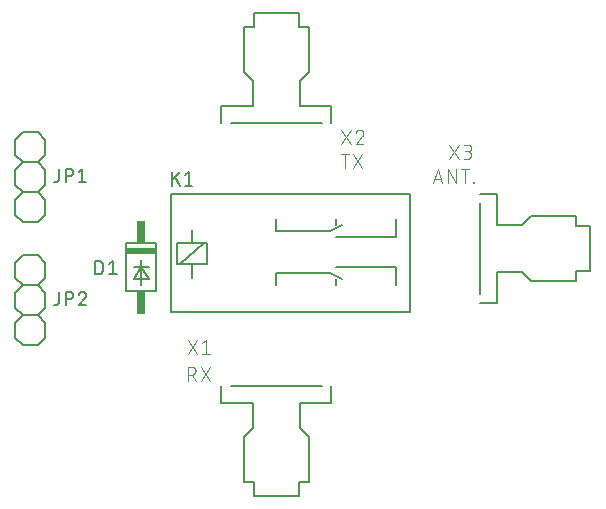
<source format=gbr>
G04 EAGLE Gerber RS-274X export*
G75*
%MOMM*%
%FSLAX34Y34*%
%LPD*%
%INSilkscreen Top*%
%IPPOS*%
%AMOC8*
5,1,8,0,0,1.08239X$1,22.5*%
G01*
%ADD10C,0.101600*%
%ADD11C,0.152400*%
%ADD12R,2.540000X0.508000*%
%ADD13R,0.762000X1.905000*%
%ADD14C,0.127000*%
%ADD15C,0.203200*%


D10*
X361414Y170688D02*
X365309Y182372D01*
X369203Y170688D01*
X368230Y173609D02*
X362388Y173609D01*
X373874Y170688D02*
X373874Y182372D01*
X380365Y170688D01*
X380365Y182372D01*
X388168Y182372D02*
X388168Y170688D01*
X384923Y182372D02*
X391414Y182372D01*
X395083Y171337D02*
X395083Y170688D01*
X395083Y171337D02*
X395732Y171337D01*
X395732Y170688D01*
X395083Y170688D01*
X286964Y183388D02*
X286964Y195072D01*
X290209Y195072D02*
X283718Y195072D01*
X293737Y183388D02*
X301526Y195072D01*
X293737Y195072D02*
X301526Y183388D01*
X153715Y14732D02*
X153715Y3048D01*
X153715Y14732D02*
X156961Y14732D01*
X157074Y14730D01*
X157187Y14724D01*
X157300Y14714D01*
X157413Y14700D01*
X157525Y14683D01*
X157636Y14661D01*
X157746Y14636D01*
X157856Y14606D01*
X157964Y14573D01*
X158071Y14536D01*
X158177Y14496D01*
X158281Y14451D01*
X158384Y14403D01*
X158485Y14352D01*
X158584Y14297D01*
X158681Y14239D01*
X158776Y14177D01*
X158869Y14112D01*
X158959Y14044D01*
X159047Y13973D01*
X159133Y13898D01*
X159216Y13821D01*
X159296Y13741D01*
X159373Y13658D01*
X159448Y13572D01*
X159519Y13484D01*
X159587Y13394D01*
X159652Y13301D01*
X159714Y13206D01*
X159772Y13109D01*
X159827Y13010D01*
X159878Y12909D01*
X159926Y12806D01*
X159971Y12702D01*
X160011Y12596D01*
X160048Y12489D01*
X160081Y12381D01*
X160111Y12271D01*
X160136Y12161D01*
X160158Y12050D01*
X160175Y11938D01*
X160189Y11825D01*
X160199Y11712D01*
X160205Y11599D01*
X160207Y11486D01*
X160205Y11373D01*
X160199Y11260D01*
X160189Y11147D01*
X160175Y11034D01*
X160158Y10922D01*
X160136Y10811D01*
X160111Y10701D01*
X160081Y10591D01*
X160048Y10483D01*
X160011Y10376D01*
X159971Y10270D01*
X159926Y10166D01*
X159878Y10063D01*
X159827Y9962D01*
X159772Y9863D01*
X159714Y9766D01*
X159652Y9671D01*
X159587Y9578D01*
X159519Y9488D01*
X159448Y9400D01*
X159373Y9314D01*
X159296Y9231D01*
X159216Y9151D01*
X159133Y9074D01*
X159047Y8999D01*
X158959Y8928D01*
X158869Y8860D01*
X158776Y8795D01*
X158681Y8733D01*
X158584Y8675D01*
X158485Y8620D01*
X158384Y8569D01*
X158281Y8521D01*
X158177Y8476D01*
X158071Y8436D01*
X157964Y8399D01*
X157856Y8366D01*
X157746Y8336D01*
X157636Y8311D01*
X157525Y8289D01*
X157413Y8272D01*
X157300Y8258D01*
X157187Y8248D01*
X157074Y8242D01*
X156961Y8240D01*
X156961Y8241D02*
X153715Y8241D01*
X157610Y8241D02*
X160207Y3048D01*
X164423Y3048D02*
X172212Y14732D01*
X164423Y14732D02*
X172212Y3048D01*
D11*
X101600Y78740D02*
X101600Y119380D01*
X101600Y78740D02*
X127000Y78740D01*
X127000Y119380D01*
X101600Y119380D01*
X114300Y105410D02*
X114300Y99060D01*
X120650Y88900D02*
X107950Y88900D01*
X114300Y99060D01*
X114300Y83820D01*
X120650Y88900D02*
X114300Y99060D01*
X120650Y99060D01*
X114300Y99060D02*
X107950Y99060D01*
D12*
X114300Y113030D03*
D13*
X114300Y69215D03*
X114300Y128905D03*
D14*
X75184Y104775D02*
X75184Y93345D01*
X75184Y104775D02*
X78359Y104775D01*
X78470Y104773D01*
X78580Y104767D01*
X78691Y104758D01*
X78801Y104744D01*
X78910Y104727D01*
X79019Y104706D01*
X79127Y104681D01*
X79234Y104652D01*
X79340Y104620D01*
X79445Y104584D01*
X79548Y104544D01*
X79650Y104501D01*
X79751Y104454D01*
X79850Y104403D01*
X79947Y104350D01*
X80041Y104293D01*
X80134Y104232D01*
X80225Y104169D01*
X80314Y104102D01*
X80400Y104032D01*
X80483Y103959D01*
X80565Y103884D01*
X80643Y103806D01*
X80718Y103724D01*
X80791Y103641D01*
X80861Y103555D01*
X80928Y103466D01*
X80991Y103375D01*
X81052Y103282D01*
X81109Y103188D01*
X81162Y103091D01*
X81213Y102992D01*
X81260Y102891D01*
X81303Y102789D01*
X81343Y102686D01*
X81379Y102581D01*
X81411Y102475D01*
X81440Y102368D01*
X81465Y102260D01*
X81486Y102151D01*
X81503Y102042D01*
X81517Y101932D01*
X81526Y101821D01*
X81532Y101711D01*
X81534Y101600D01*
X81534Y96520D01*
X81532Y96409D01*
X81526Y96299D01*
X81517Y96188D01*
X81503Y96078D01*
X81486Y95969D01*
X81465Y95860D01*
X81440Y95752D01*
X81411Y95645D01*
X81379Y95539D01*
X81343Y95434D01*
X81303Y95331D01*
X81260Y95229D01*
X81213Y95128D01*
X81162Y95029D01*
X81109Y94932D01*
X81052Y94838D01*
X80991Y94745D01*
X80928Y94654D01*
X80861Y94565D01*
X80791Y94479D01*
X80718Y94396D01*
X80643Y94314D01*
X80565Y94236D01*
X80483Y94161D01*
X80400Y94088D01*
X80314Y94018D01*
X80225Y93951D01*
X80134Y93888D01*
X80041Y93827D01*
X79946Y93770D01*
X79850Y93717D01*
X79751Y93666D01*
X79650Y93619D01*
X79548Y93576D01*
X79445Y93536D01*
X79340Y93500D01*
X79234Y93468D01*
X79127Y93439D01*
X79019Y93414D01*
X78910Y93393D01*
X78801Y93376D01*
X78691Y93362D01*
X78580Y93353D01*
X78470Y93347D01*
X78359Y93345D01*
X75184Y93345D01*
X86995Y102235D02*
X90170Y104775D01*
X90170Y93345D01*
X86995Y93345D02*
X93345Y93345D01*
D11*
X7620Y143510D02*
X7620Y156210D01*
X13970Y162560D01*
X26670Y162560D01*
X33020Y156210D01*
X13970Y162560D02*
X7620Y168910D01*
X7620Y181610D01*
X13970Y187960D01*
X26670Y187960D01*
X33020Y181610D01*
X33020Y168910D01*
X26670Y162560D01*
X26670Y137160D02*
X13970Y137160D01*
X7620Y143510D01*
X26670Y137160D02*
X33020Y143510D01*
X33020Y156210D01*
X13970Y187960D02*
X7620Y194310D01*
X7620Y207010D01*
X13970Y213360D01*
X26670Y213360D01*
X33020Y207010D01*
X33020Y194310D01*
X26670Y187960D01*
D14*
X44323Y182753D02*
X44323Y173863D01*
X44321Y173763D01*
X44315Y173664D01*
X44305Y173564D01*
X44292Y173466D01*
X44274Y173367D01*
X44253Y173270D01*
X44228Y173174D01*
X44199Y173078D01*
X44166Y172984D01*
X44130Y172891D01*
X44090Y172800D01*
X44046Y172710D01*
X43999Y172622D01*
X43949Y172536D01*
X43895Y172452D01*
X43838Y172370D01*
X43778Y172291D01*
X43714Y172213D01*
X43648Y172139D01*
X43579Y172067D01*
X43507Y171998D01*
X43433Y171932D01*
X43355Y171868D01*
X43276Y171808D01*
X43194Y171751D01*
X43110Y171697D01*
X43024Y171647D01*
X42936Y171600D01*
X42846Y171556D01*
X42755Y171516D01*
X42662Y171480D01*
X42568Y171447D01*
X42472Y171418D01*
X42376Y171393D01*
X42279Y171372D01*
X42180Y171354D01*
X42082Y171341D01*
X41982Y171331D01*
X41883Y171325D01*
X41783Y171323D01*
X40513Y171323D01*
X50303Y171323D02*
X50303Y182753D01*
X53478Y182753D01*
X53589Y182751D01*
X53699Y182745D01*
X53810Y182736D01*
X53920Y182722D01*
X54029Y182705D01*
X54138Y182684D01*
X54246Y182659D01*
X54353Y182630D01*
X54459Y182598D01*
X54564Y182562D01*
X54667Y182522D01*
X54769Y182479D01*
X54870Y182432D01*
X54969Y182381D01*
X55066Y182328D01*
X55160Y182271D01*
X55253Y182210D01*
X55344Y182147D01*
X55433Y182080D01*
X55519Y182010D01*
X55602Y181937D01*
X55684Y181862D01*
X55762Y181784D01*
X55837Y181702D01*
X55910Y181619D01*
X55980Y181533D01*
X56047Y181444D01*
X56110Y181353D01*
X56171Y181260D01*
X56228Y181165D01*
X56281Y181069D01*
X56332Y180970D01*
X56379Y180869D01*
X56422Y180767D01*
X56462Y180664D01*
X56498Y180559D01*
X56530Y180453D01*
X56559Y180346D01*
X56584Y180238D01*
X56605Y180129D01*
X56622Y180020D01*
X56636Y179910D01*
X56645Y179799D01*
X56651Y179689D01*
X56653Y179578D01*
X56651Y179467D01*
X56645Y179357D01*
X56636Y179246D01*
X56622Y179136D01*
X56605Y179027D01*
X56584Y178918D01*
X56559Y178810D01*
X56530Y178703D01*
X56498Y178597D01*
X56462Y178492D01*
X56422Y178389D01*
X56379Y178287D01*
X56332Y178186D01*
X56281Y178087D01*
X56228Y177990D01*
X56171Y177896D01*
X56110Y177803D01*
X56047Y177712D01*
X55980Y177623D01*
X55910Y177537D01*
X55837Y177454D01*
X55762Y177372D01*
X55684Y177294D01*
X55602Y177219D01*
X55519Y177146D01*
X55433Y177076D01*
X55344Y177009D01*
X55253Y176946D01*
X55160Y176885D01*
X55065Y176828D01*
X54969Y176775D01*
X54870Y176724D01*
X54769Y176677D01*
X54667Y176634D01*
X54564Y176594D01*
X54459Y176558D01*
X54353Y176526D01*
X54246Y176497D01*
X54138Y176472D01*
X54029Y176451D01*
X53920Y176434D01*
X53810Y176420D01*
X53699Y176411D01*
X53589Y176405D01*
X53478Y176403D01*
X50303Y176403D01*
X61162Y180213D02*
X64337Y182753D01*
X64337Y171323D01*
X61162Y171323D02*
X67512Y171323D01*
D11*
X7620Y52070D02*
X7620Y39370D01*
X7620Y52070D02*
X13970Y58420D01*
X26670Y58420D01*
X33020Y52070D01*
X13970Y58420D02*
X7620Y64770D01*
X7620Y77470D01*
X13970Y83820D01*
X26670Y83820D01*
X33020Y77470D01*
X33020Y64770D01*
X26670Y58420D01*
X26670Y33020D02*
X13970Y33020D01*
X7620Y39370D01*
X26670Y33020D02*
X33020Y39370D01*
X33020Y52070D01*
X13970Y83820D02*
X7620Y90170D01*
X7620Y102870D01*
X13970Y109220D01*
X26670Y109220D01*
X33020Y102870D01*
X33020Y90170D01*
X26670Y83820D01*
D14*
X44323Y78613D02*
X44323Y69723D01*
X44321Y69623D01*
X44315Y69524D01*
X44305Y69424D01*
X44292Y69326D01*
X44274Y69227D01*
X44253Y69130D01*
X44228Y69034D01*
X44199Y68938D01*
X44166Y68844D01*
X44130Y68751D01*
X44090Y68660D01*
X44046Y68570D01*
X43999Y68482D01*
X43949Y68396D01*
X43895Y68312D01*
X43838Y68230D01*
X43778Y68151D01*
X43714Y68073D01*
X43648Y67999D01*
X43579Y67927D01*
X43507Y67858D01*
X43433Y67792D01*
X43355Y67728D01*
X43276Y67668D01*
X43194Y67611D01*
X43110Y67557D01*
X43024Y67507D01*
X42936Y67460D01*
X42846Y67416D01*
X42755Y67376D01*
X42662Y67340D01*
X42568Y67307D01*
X42472Y67278D01*
X42376Y67253D01*
X42279Y67232D01*
X42180Y67214D01*
X42082Y67201D01*
X41982Y67191D01*
X41883Y67185D01*
X41783Y67183D01*
X40513Y67183D01*
X50303Y67183D02*
X50303Y78613D01*
X53478Y78613D01*
X53589Y78611D01*
X53699Y78605D01*
X53810Y78596D01*
X53920Y78582D01*
X54029Y78565D01*
X54138Y78544D01*
X54246Y78519D01*
X54353Y78490D01*
X54459Y78458D01*
X54564Y78422D01*
X54667Y78382D01*
X54769Y78339D01*
X54870Y78292D01*
X54969Y78241D01*
X55066Y78188D01*
X55160Y78131D01*
X55253Y78070D01*
X55344Y78007D01*
X55433Y77940D01*
X55519Y77870D01*
X55602Y77797D01*
X55684Y77722D01*
X55762Y77644D01*
X55837Y77562D01*
X55910Y77479D01*
X55980Y77393D01*
X56047Y77304D01*
X56110Y77213D01*
X56171Y77120D01*
X56228Y77025D01*
X56281Y76929D01*
X56332Y76830D01*
X56379Y76729D01*
X56422Y76627D01*
X56462Y76524D01*
X56498Y76419D01*
X56530Y76313D01*
X56559Y76206D01*
X56584Y76098D01*
X56605Y75989D01*
X56622Y75880D01*
X56636Y75770D01*
X56645Y75659D01*
X56651Y75549D01*
X56653Y75438D01*
X56651Y75327D01*
X56645Y75217D01*
X56636Y75106D01*
X56622Y74996D01*
X56605Y74887D01*
X56584Y74778D01*
X56559Y74670D01*
X56530Y74563D01*
X56498Y74457D01*
X56462Y74352D01*
X56422Y74249D01*
X56379Y74147D01*
X56332Y74046D01*
X56281Y73947D01*
X56228Y73850D01*
X56171Y73756D01*
X56110Y73663D01*
X56047Y73572D01*
X55980Y73483D01*
X55910Y73397D01*
X55837Y73314D01*
X55762Y73232D01*
X55684Y73154D01*
X55602Y73079D01*
X55519Y73006D01*
X55433Y72936D01*
X55344Y72869D01*
X55253Y72806D01*
X55160Y72745D01*
X55065Y72688D01*
X54969Y72635D01*
X54870Y72584D01*
X54769Y72537D01*
X54667Y72494D01*
X54564Y72454D01*
X54459Y72418D01*
X54353Y72386D01*
X54246Y72357D01*
X54138Y72332D01*
X54029Y72311D01*
X53920Y72294D01*
X53810Y72280D01*
X53699Y72271D01*
X53589Y72265D01*
X53478Y72263D01*
X50303Y72263D01*
X64654Y78614D02*
X64758Y78612D01*
X64863Y78606D01*
X64967Y78597D01*
X65070Y78584D01*
X65173Y78566D01*
X65275Y78546D01*
X65377Y78521D01*
X65477Y78493D01*
X65577Y78461D01*
X65675Y78425D01*
X65772Y78386D01*
X65867Y78344D01*
X65961Y78298D01*
X66053Y78248D01*
X66143Y78196D01*
X66231Y78140D01*
X66317Y78080D01*
X66401Y78018D01*
X66482Y77953D01*
X66561Y77885D01*
X66638Y77813D01*
X66711Y77740D01*
X66783Y77663D01*
X66851Y77584D01*
X66916Y77503D01*
X66978Y77419D01*
X67038Y77333D01*
X67094Y77245D01*
X67146Y77155D01*
X67196Y77063D01*
X67242Y76969D01*
X67284Y76874D01*
X67323Y76777D01*
X67359Y76679D01*
X67391Y76579D01*
X67419Y76479D01*
X67444Y76377D01*
X67464Y76275D01*
X67482Y76172D01*
X67495Y76069D01*
X67504Y75965D01*
X67510Y75860D01*
X67512Y75756D01*
X64654Y78613D02*
X64536Y78611D01*
X64417Y78605D01*
X64299Y78596D01*
X64182Y78583D01*
X64065Y78565D01*
X63948Y78545D01*
X63832Y78520D01*
X63717Y78492D01*
X63604Y78459D01*
X63491Y78424D01*
X63379Y78384D01*
X63269Y78342D01*
X63160Y78295D01*
X63052Y78245D01*
X62947Y78192D01*
X62843Y78135D01*
X62741Y78075D01*
X62641Y78012D01*
X62543Y77945D01*
X62447Y77876D01*
X62354Y77803D01*
X62263Y77727D01*
X62174Y77649D01*
X62088Y77567D01*
X62005Y77483D01*
X61924Y77397D01*
X61847Y77307D01*
X61772Y77216D01*
X61700Y77122D01*
X61631Y77025D01*
X61566Y76927D01*
X61503Y76826D01*
X61444Y76723D01*
X61388Y76619D01*
X61336Y76513D01*
X61287Y76405D01*
X61242Y76296D01*
X61200Y76185D01*
X61162Y76073D01*
X66560Y73534D02*
X66636Y73609D01*
X66711Y73688D01*
X66782Y73769D01*
X66851Y73853D01*
X66916Y73939D01*
X66978Y74027D01*
X67038Y74117D01*
X67094Y74209D01*
X67147Y74304D01*
X67196Y74400D01*
X67242Y74498D01*
X67285Y74597D01*
X67324Y74698D01*
X67359Y74800D01*
X67391Y74903D01*
X67419Y75007D01*
X67444Y75112D01*
X67465Y75219D01*
X67482Y75325D01*
X67495Y75432D01*
X67504Y75540D01*
X67510Y75648D01*
X67512Y75756D01*
X66559Y73533D02*
X61162Y67183D01*
X67512Y67183D01*
D15*
X248600Y-15500D02*
X275100Y-15500D01*
X248600Y-15500D02*
X248600Y-37000D01*
X256100Y-44500D01*
X256100Y-82500D01*
X247600Y-82500D01*
X247600Y-94250D01*
X209600Y-94250D01*
X209600Y-82500D01*
X201100Y-82500D01*
X201100Y-44500D01*
X208600Y-37000D01*
X208600Y-15500D01*
X182100Y-15500D01*
X190100Y-1000D02*
X267100Y-1000D01*
X182100Y-1000D02*
X182100Y-15500D01*
X275100Y-15500D02*
X275100Y-1000D01*
D10*
X161431Y37592D02*
X153642Y25908D01*
X161431Y25908D02*
X153642Y37592D01*
X165721Y34996D02*
X168966Y37592D01*
X168966Y25908D01*
X165721Y25908D02*
X172212Y25908D01*
D15*
X182100Y235500D02*
X208600Y235500D01*
X208600Y257000D01*
X201100Y264500D01*
X201100Y302500D01*
X209600Y302500D01*
X209600Y314250D01*
X247600Y314250D01*
X247600Y302500D01*
X256100Y302500D01*
X256100Y264500D01*
X248600Y257000D01*
X248600Y235500D01*
X275100Y235500D01*
X267100Y221000D02*
X190100Y221000D01*
X275100Y221000D02*
X275100Y235500D01*
X182100Y235500D02*
X182100Y221000D01*
D10*
X283718Y203868D02*
X291507Y215552D01*
X283718Y215552D02*
X291507Y203868D01*
X302288Y212631D02*
X302286Y212738D01*
X302280Y212844D01*
X302270Y212950D01*
X302257Y213056D01*
X302239Y213162D01*
X302218Y213266D01*
X302193Y213370D01*
X302164Y213473D01*
X302132Y213574D01*
X302095Y213674D01*
X302055Y213773D01*
X302012Y213871D01*
X301965Y213967D01*
X301914Y214061D01*
X301860Y214153D01*
X301803Y214243D01*
X301743Y214331D01*
X301679Y214416D01*
X301612Y214499D01*
X301542Y214580D01*
X301470Y214658D01*
X301394Y214734D01*
X301316Y214806D01*
X301235Y214876D01*
X301152Y214943D01*
X301067Y215007D01*
X300979Y215067D01*
X300889Y215124D01*
X300797Y215178D01*
X300703Y215229D01*
X300607Y215276D01*
X300509Y215319D01*
X300410Y215359D01*
X300310Y215396D01*
X300209Y215428D01*
X300106Y215457D01*
X300002Y215482D01*
X299898Y215503D01*
X299792Y215521D01*
X299686Y215534D01*
X299580Y215544D01*
X299474Y215550D01*
X299367Y215552D01*
X299246Y215550D01*
X299125Y215544D01*
X299005Y215534D01*
X298884Y215521D01*
X298765Y215503D01*
X298645Y215482D01*
X298527Y215457D01*
X298410Y215428D01*
X298293Y215395D01*
X298178Y215359D01*
X298064Y215318D01*
X297951Y215275D01*
X297839Y215227D01*
X297730Y215176D01*
X297622Y215121D01*
X297515Y215063D01*
X297411Y215002D01*
X297309Y214937D01*
X297209Y214869D01*
X297111Y214798D01*
X297015Y214724D01*
X296922Y214647D01*
X296832Y214566D01*
X296744Y214483D01*
X296659Y214397D01*
X296576Y214308D01*
X296497Y214217D01*
X296420Y214123D01*
X296347Y214027D01*
X296277Y213929D01*
X296210Y213828D01*
X296146Y213725D01*
X296086Y213620D01*
X296029Y213513D01*
X295975Y213405D01*
X295925Y213295D01*
X295879Y213183D01*
X295836Y213070D01*
X295797Y212955D01*
X301315Y210359D02*
X301394Y210436D01*
X301470Y210517D01*
X301543Y210600D01*
X301613Y210685D01*
X301680Y210773D01*
X301744Y210863D01*
X301804Y210955D01*
X301861Y211050D01*
X301915Y211146D01*
X301966Y211244D01*
X302013Y211344D01*
X302057Y211446D01*
X302097Y211549D01*
X302133Y211653D01*
X302165Y211759D01*
X302194Y211865D01*
X302219Y211973D01*
X302241Y212081D01*
X302258Y212191D01*
X302272Y212300D01*
X302281Y212410D01*
X302287Y212521D01*
X302289Y212631D01*
X301315Y210359D02*
X295797Y203868D01*
X302288Y203868D01*
D15*
X415500Y161500D02*
X415500Y135000D01*
X437000Y135000D01*
X444500Y142500D01*
X482500Y142500D01*
X482500Y134000D01*
X494250Y134000D01*
X494250Y96000D01*
X482500Y96000D01*
X482500Y87500D01*
X444500Y87500D01*
X437000Y95000D01*
X415500Y95000D01*
X415500Y68500D01*
X401000Y76500D02*
X401000Y153500D01*
X401000Y68500D02*
X415500Y68500D01*
X415500Y161500D02*
X401000Y161500D01*
D10*
X375102Y191008D02*
X382891Y202692D01*
X375102Y202692D02*
X382891Y191008D01*
X387181Y191008D02*
X390426Y191008D01*
X390539Y191010D01*
X390652Y191016D01*
X390765Y191026D01*
X390878Y191040D01*
X390990Y191057D01*
X391101Y191079D01*
X391211Y191104D01*
X391321Y191134D01*
X391429Y191167D01*
X391536Y191204D01*
X391642Y191244D01*
X391746Y191289D01*
X391849Y191337D01*
X391950Y191388D01*
X392049Y191443D01*
X392146Y191501D01*
X392241Y191563D01*
X392334Y191628D01*
X392424Y191696D01*
X392512Y191767D01*
X392598Y191842D01*
X392681Y191919D01*
X392761Y191999D01*
X392838Y192082D01*
X392913Y192168D01*
X392984Y192256D01*
X393052Y192346D01*
X393117Y192439D01*
X393179Y192534D01*
X393237Y192631D01*
X393292Y192730D01*
X393343Y192831D01*
X393391Y192934D01*
X393436Y193038D01*
X393476Y193144D01*
X393513Y193251D01*
X393546Y193359D01*
X393576Y193469D01*
X393601Y193579D01*
X393623Y193690D01*
X393640Y193802D01*
X393654Y193915D01*
X393664Y194028D01*
X393670Y194141D01*
X393672Y194254D01*
X393670Y194367D01*
X393664Y194480D01*
X393654Y194593D01*
X393640Y194706D01*
X393623Y194818D01*
X393601Y194929D01*
X393576Y195039D01*
X393546Y195149D01*
X393513Y195257D01*
X393476Y195364D01*
X393436Y195470D01*
X393391Y195574D01*
X393343Y195677D01*
X393292Y195778D01*
X393237Y195877D01*
X393179Y195974D01*
X393117Y196069D01*
X393052Y196162D01*
X392984Y196252D01*
X392913Y196340D01*
X392838Y196426D01*
X392761Y196509D01*
X392681Y196589D01*
X392598Y196666D01*
X392512Y196741D01*
X392424Y196812D01*
X392334Y196880D01*
X392241Y196945D01*
X392146Y197007D01*
X392049Y197065D01*
X391950Y197120D01*
X391849Y197171D01*
X391746Y197219D01*
X391642Y197264D01*
X391536Y197304D01*
X391429Y197341D01*
X391321Y197374D01*
X391211Y197404D01*
X391101Y197429D01*
X390990Y197451D01*
X390878Y197468D01*
X390765Y197482D01*
X390652Y197492D01*
X390539Y197498D01*
X390426Y197500D01*
X391076Y202692D02*
X387181Y202692D01*
X391076Y202692D02*
X391177Y202690D01*
X391277Y202684D01*
X391377Y202674D01*
X391477Y202661D01*
X391576Y202643D01*
X391675Y202622D01*
X391772Y202597D01*
X391869Y202568D01*
X391964Y202535D01*
X392058Y202499D01*
X392150Y202459D01*
X392241Y202416D01*
X392330Y202369D01*
X392417Y202319D01*
X392503Y202265D01*
X392586Y202208D01*
X392666Y202148D01*
X392745Y202085D01*
X392821Y202018D01*
X392894Y201949D01*
X392964Y201877D01*
X393032Y201803D01*
X393097Y201726D01*
X393158Y201646D01*
X393217Y201564D01*
X393272Y201480D01*
X393324Y201394D01*
X393373Y201306D01*
X393418Y201216D01*
X393460Y201124D01*
X393498Y201031D01*
X393532Y200936D01*
X393563Y200841D01*
X393590Y200744D01*
X393613Y200646D01*
X393633Y200547D01*
X393648Y200447D01*
X393660Y200347D01*
X393668Y200247D01*
X393672Y200146D01*
X393672Y200046D01*
X393668Y199945D01*
X393660Y199845D01*
X393648Y199745D01*
X393633Y199645D01*
X393613Y199546D01*
X393590Y199448D01*
X393563Y199351D01*
X393532Y199256D01*
X393498Y199161D01*
X393460Y199068D01*
X393418Y198976D01*
X393373Y198886D01*
X393324Y198798D01*
X393272Y198712D01*
X393217Y198628D01*
X393158Y198546D01*
X393097Y198466D01*
X393032Y198389D01*
X392964Y198315D01*
X392894Y198243D01*
X392821Y198174D01*
X392745Y198107D01*
X392666Y198044D01*
X392586Y197984D01*
X392503Y197927D01*
X392417Y197873D01*
X392330Y197823D01*
X392241Y197776D01*
X392150Y197733D01*
X392058Y197693D01*
X391964Y197657D01*
X391869Y197624D01*
X391772Y197595D01*
X391675Y197570D01*
X391576Y197549D01*
X391477Y197531D01*
X391377Y197518D01*
X391277Y197508D01*
X391177Y197502D01*
X391076Y197500D01*
X391076Y197499D02*
X388479Y197499D01*
D11*
X147320Y101600D02*
X144780Y101600D01*
X147320Y101600D02*
X157480Y101600D01*
X170180Y101600D02*
X170180Y119380D01*
X167640Y119380D01*
X157480Y119380D01*
X144780Y119380D02*
X144780Y101600D01*
X157480Y101600D02*
X157480Y90170D01*
X157480Y101600D02*
X170180Y101600D01*
X157480Y119380D02*
X157480Y130810D01*
X157480Y119380D02*
X144780Y119380D01*
X139700Y60960D02*
X341700Y60960D01*
X341700Y160960D01*
X139700Y160960D01*
X139700Y60960D01*
D14*
X228600Y83820D02*
X228600Y93980D01*
X274320Y93980D01*
X279400Y88900D02*
X279400Y83820D01*
X279400Y99060D02*
X330200Y99060D01*
X330200Y83820D01*
X284480Y88900D02*
X274320Y93980D01*
X228600Y129540D02*
X228600Y139700D01*
X228600Y129540D02*
X274320Y129540D01*
X284480Y134620D01*
X279400Y134620D02*
X279400Y139700D01*
X330200Y139700D02*
X330200Y124460D01*
X279400Y124460D01*
D11*
X167640Y119380D02*
X147320Y101600D01*
D14*
X140335Y168275D02*
X140335Y179705D01*
X146685Y179705D02*
X140335Y172720D01*
X142875Y175260D02*
X146685Y168275D01*
X151194Y177165D02*
X154369Y179705D01*
X154369Y168275D01*
X151194Y168275D02*
X157544Y168275D01*
M02*

</source>
